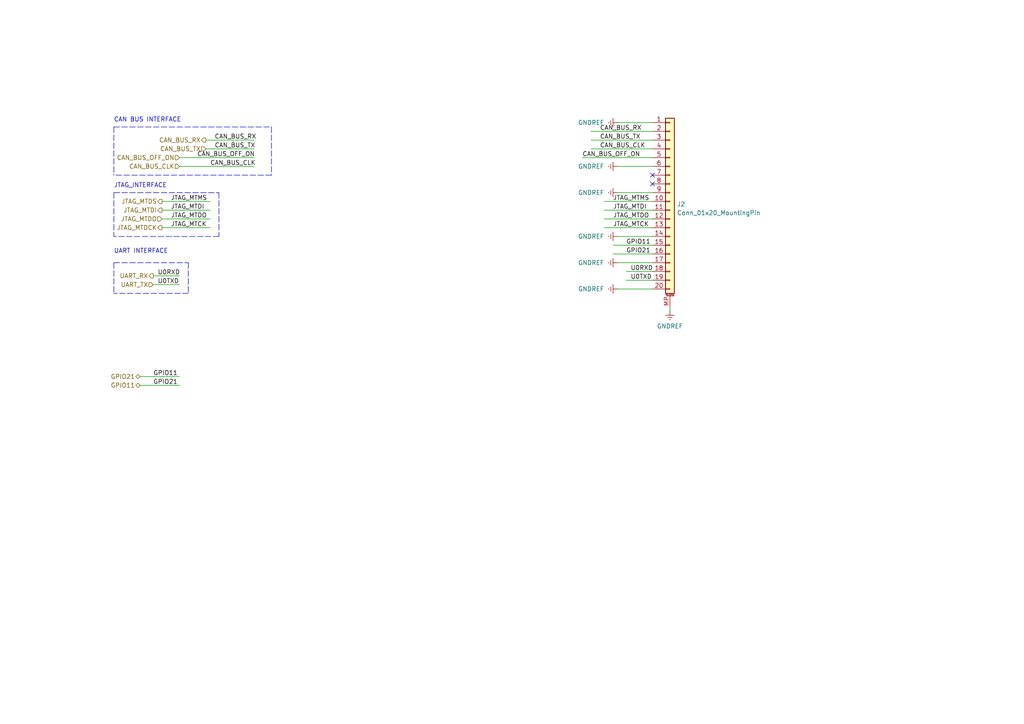
<source format=kicad_sch>
(kicad_sch (version 20211123) (generator eeschema)
  (paper "A4")
  (title_block (title "Misca PCB") (date "2022-06-17") (rev "A2") (company "Club SynapsÉTS") (comment 1 "Auteur : Jacques Veneziano"))
  (lib_symbols
    (symbol "Connector_Generic_MountingPin:Conn_01x20_MountingPin" (pin_names (offset 1.016) hide)
      (property "Reference" "J" (at 0 25.4 0))
      (property "Value" "Conn_01x20_MountingPin" (at 1.27 -27.94 0))
      (symbol "Conn_01x20_MountingPin_1_1"
        (rectangle (start -1.27 -25.273) (end 0 -25.527) (stroke (width 0.1524)))
        (rectangle (start -1.27 -22.733) (end 0 -22.987) (stroke (width 0.1524)))
        (rectangle (start -1.27 -20.193) (end 0 -20.447) (stroke (width 0.1524)))
        (rectangle (start -1.27 -17.653) (end 0 -17.907) (stroke (width 0.1524)))
        (rectangle (start -1.27 -15.113) (end 0 -15.367) (stroke (width 0.1524)))
        (rectangle (start -1.27 -12.573) (end 0 -12.827) (stroke (width 0.1524)))
        (rectangle (start -1.27 -10.033) (end 0 -10.287) (stroke (width 0.1524)))
        (rectangle (start -1.27 -7.493) (end 0 -7.747) (stroke (width 0.1524)))
        (rectangle (start -1.27 -4.953) (end 0 -5.207) (stroke (width 0.1524)))
        (rectangle (start -1.27 -2.413) (end 0 -2.667) (stroke (width 0.1524)))
        (rectangle (start -1.27 0.127) (end 0 -0.127) (stroke (width 0.1524)))
        (rectangle (start -1.27 2.667) (end 0 2.413) (stroke (width 0.1524)))
        (rectangle (start -1.27 5.207) (end 0 4.953) (stroke (width 0.1524)))
        (rectangle (start -1.27 7.747) (end 0 7.493) (stroke (width 0.1524)))
        (rectangle (start -1.27 10.287) (end 0 10.033) (stroke (width 0.1524)))
        (rectangle (start -1.27 12.827) (end 0 12.573) (stroke (width 0.1524)))
        (rectangle (start -1.27 15.367) (end 0 15.113) (stroke (width 0.1524)))
        (rectangle (start -1.27 17.907) (end 0 17.653) (stroke (width 0.1524)))
        (rectangle (start -1.27 20.447) (end 0 20.193) (stroke (width 0.1524)))
        (rectangle (start -1.27 22.987) (end 0 22.733) (stroke (width 0.1524)))
        (rectangle (start -1.27 24.13) (end 1.27 -26.67) (stroke (width 0.254)) (fill (type background)))
        (polyline (pts (xy -1.016 -27.432) (xy 1.016 -27.432)) (stroke (width 0.1524)))
        (text "Mounting" (at 0 -27.051 0) (effects (font (size 0.381 0.381))))
        (pin passive line (at -5.08 22.86 0) (length 3.81) (name "Pin_1") (number "1"))
        (pin passive line (at -5.08 0 0) (length 3.81) (name "Pin_10") (number "10"))
        (pin passive line (at -5.08 -2.54 0) (length 3.81) (name "Pin_11") (number "11"))
        (pin passive line (at -5.08 -5.08 0) (length 3.81) (name "Pin_12") (number "12"))
        (pin passive line (at -5.08 -7.62 0) (length 3.81) (name "Pin_13") (number "13"))
        (pin passive line (at -5.08 -10.16 0) (length 3.81) (name "Pin_14") (number "14"))
        (pin passive line (at -5.08 -12.7 0) (length 3.81) (name "Pin_15") (number "15"))
        (pin passive line (at -5.08 -15.24 0) (length 3.81) (name "Pin_16") (number "16"))
        (pin passive line (at -5.08 -17.78 0) (length 3.81) (name "Pin_17") (number "17"))
        (pin passive line (at -5.08 -20.32 0) (length 3.81) (name "Pin_18") (number "18"))
        (pin passive line (at -5.08 -22.86 0) (length 3.81) (name "Pin_19") (number "19"))
        (pin passive line (at -5.08 20.32 0) (length 3.81) (name "Pin_2") (number "2"))
        (pin passive line (at -5.08 -25.4 0) (length 3.81) (name "Pin_20") (number "20"))
        (pin passive line (at -5.08 17.78 0) (length 3.81) (name "Pin_3") (number "3"))
        (pin passive line (at -5.08 15.24 0) (length 3.81) (name "Pin_4") (number "4"))
        (pin passive line (at -5.08 12.7 0) (length 3.81) (name "Pin_5") (number "5"))
        (pin passive line (at -5.08 10.16 0) (length 3.81) (name "Pin_6") (number "6"))
        (pin passive line (at -5.08 7.62 0) (length 3.81) (name "Pin_7") (number "7"))
        (pin passive line (at -5.08 5.08 0) (length 3.81) (name "Pin_8") (number "8"))
        (pin passive line (at -5.08 2.54 0) (length 3.81) (name "Pin_9") (number "9"))
        (pin passive line (at 0 -30.48 90) (length 3.048) (name "MountPin") (number "MP"))
      )
    )
    (symbol "power:GNDREF" (power) (pin_names (offset 0))
      (property "Value" "GNDREF" (at 0 -3.81 0))
      (symbol "GNDREF_0_1"
        (polyline (pts (xy -0.635 -1.905) (xy 0.635 -1.905)))
        (polyline (pts (xy -0.127 -2.54) (xy 0.127 -2.54)))
        (polyline (pts (xy 0 -1.27) (xy 0 0)))
        (polyline (pts (xy 1.27 -1.27) (xy -1.27 -1.27)))
      )
      (symbol "GNDREF_1_1"
        (pin power_in line (at 0 0 270) (length 0) hide (name "GNDREF") (number "1"))
      )
    )
  )
  (no_connect (at 189.23 50.8))
  (no_connect (at 189.23 53.34))
  (wire (pts (xy 194.31 88.9) (xy 194.31 90.17)))
  (polyline (pts (xy 33.02 76.2) (xy 54.61 76.2)))
  (polyline (pts (xy 63.5 68.58) (xy 33.02 68.58)))
  (wire (pts (xy 175.26 58.42) (xy 189.23 58.42)))
  (wire (pts (xy 46.99 58.42) (xy 60.96 58.42)))
  (wire (pts (xy 179.07 55.88) (xy 189.23 55.88)))
  (wire (pts (xy 181.61 81.28) (xy 189.23 81.28)))
  (wire (pts (xy 46.99 66.04) (xy 60.96 66.04)))
  (polyline (pts (xy 33.02 55.88) (xy 33.02 68.58)))
  (wire (pts (xy 46.99 60.96) (xy 60.96 60.96)))
  (wire (pts (xy 59.69 43.18) (xy 73.66 43.18)))
  (wire (pts (xy 52.07 48.26) (xy 73.66 48.26)))
  (wire (pts (xy 175.26 60.96) (xy 189.23 60.96)))
  (wire (pts (xy 171.45 38.1) (xy 189.23 38.1)))
  (wire (pts (xy 179.07 35.56) (xy 189.23 35.56)))
  (wire (pts (xy 181.61 78.74) (xy 189.23 78.74)))
  (polyline (pts (xy 54.61 85.09) (xy 33.02 85.09)))
  (wire (pts (xy 44.45 80.01) (xy 52.07 80.01)))
  (wire (pts (xy 46.99 63.5) (xy 60.96 63.5)))
  (polyline (pts (xy 33.02 36.83) (xy 33.02 50.8)))
  (wire (pts (xy 179.07 68.58) (xy 189.23 68.58)))
  (wire (pts (xy 179.07 48.26) (xy 189.23 48.26)))
  (polyline (pts (xy 33.02 76.2) (xy 33.02 85.09)))
  (wire (pts (xy 44.45 82.55) (xy 52.07 82.55)))
  (polyline (pts (xy 78.74 36.83) (xy 78.74 50.8)))
  (wire (pts (xy 59.69 40.64) (xy 73.66 40.64)))
  (wire (pts (xy 177.8 73.66) (xy 189.23 73.66)))
  (polyline (pts (xy 54.61 76.2) (xy 54.61 85.09)))
  (wire (pts (xy 179.07 76.2) (xy 189.23 76.2)))
  (wire (pts (xy 179.07 83.82) (xy 189.23 83.82)))
  (wire (pts (xy 171.45 40.64) (xy 189.23 40.64)))
  (polyline (pts (xy 78.74 50.8) (xy 33.02 50.8)))
  (wire (pts (xy 177.8 71.12) (xy 189.23 71.12)))
  (wire (pts (xy 168.91 45.72) (xy 189.23 45.72)))
  (polyline (pts (xy 33.02 55.88) (xy 63.5 55.88)))
  (wire (pts (xy 40.64 109.22) (xy 52.07 109.22)))
  (polyline (pts (xy 63.5 55.88) (xy 63.5 68.58)))
  (polyline (pts (xy 33.02 36.83) (xy 78.74 36.83)))
  (wire (pts (xy 52.07 45.72) (xy 73.66 45.72)))
  (wire (pts (xy 171.45 43.18) (xy 189.23 43.18)))
  (wire (pts (xy 175.26 63.5) (xy 189.23 63.5)))
  (wire (pts (xy 40.64 111.76) (xy 52.07 111.76)))
  (wire (pts (xy 175.26 66.04) (xy 189.23 66.04)))
  (text "UART INTERFACE\n" (at 33.02 73.66 0) (effects (font (size 1.27 1.27)) (justify left bottom)))
  (text "CAN BUS INTERFACE\n" (at 33.02 35.56 0) (effects (font (size 1.27 1.27)) (justify left bottom)))
  (text "JTAG_INTERFACE\n" (at 33.02 54.61 0) (effects (font (size 1.27 1.27)) (justify left bottom)))
  (label "U0TXD" (at 45.72 82.55 0))
  (label "U0RXD" (at 45.72 80.01 0))
  (label "JTAG_MTDO" (at 177.8 63.5 0))
  (label "CAN_BUS_OFF_ON" (at 57.15 45.72 0))
  (label "CAN_BUS_OFF_ON" (at 168.91 45.72 0))
  (label "JTAG_MTDI" (at 49.53 60.96 0))
  (label "CAN_BUS_CLK" (at 60.96 48.26 0))
  (label "GPIO11" (at 44.45 109.22 0))
  (label "CAN_BUS_RX" (at 173.99 38.1 0))
  (label "JTAG_MTCK" (at 177.8 66.04 0))
  (label "U0RXD" (at 182.88 78.74 0))
  (label "JTAG_MTDI" (at 177.8 60.96 0))
  (label "CAN_BUS_RX" (at 62.23 40.64 0))
  (label "JTAG_MTMS" (at 49.53 58.42 0))
  (label "JTAG_MTMS" (at 177.8 58.42 0))
  (label "U0TXD" (at 182.88 81.28 0))
  (label "JTAG_MTCK" (at 49.53 66.04 0))
  (label "GPIO11" (at 181.61 71.12 0))
  (label "GPIO21" (at 44.45 111.76 0))
  (label "CAN_BUS_TX" (at 62.23 43.18 0))
  (label "GPIO21" (at 181.61 73.66 0))
  (label "JTAG_MTDO" (at 49.53 63.5 0))
  (label "CAN_BUS_CLK" (at 173.99 43.18 0))
  (label "CAN_BUS_TX" (at 173.99 40.64 0))
  (hierarchical_label "JTAG_MTDI" (shape output) (at 46.99 60.96 180))
  (hierarchical_label "CAN_BUS_CLK" (shape input) (at 52.07 48.26 180))
  (hierarchical_label "UART_RX" (shape output) (at 44.45 80.01 180))
  (hierarchical_label "GPIO21" (shape bidirectional) (at 40.64 109.22 180))
  (hierarchical_label "JTAG_MTDO" (shape input) (at 46.99 63.5 180))
  (hierarchical_label "CAN_BUS_TX" (shape input) (at 59.69 43.18 180))
  (hierarchical_label "JTAG_MTDS" (shape output) (at 46.99 58.42 180))
  (hierarchical_label "JTAG_MTDCK" (shape output) (at 46.99 66.04 180))
  (hierarchical_label "CAN_BUS_OFF_ON" (shape input) (at 52.07 45.72 180))
  (hierarchical_label "CAN_BUS_RX" (shape output) (at 59.69 40.64 180))
  (hierarchical_label "UART_TX" (shape input) (at 44.45 82.55 180))
  (hierarchical_label "GPIO11" (shape bidirectional) (at 40.64 111.76 180))
  (symbol (lib_id "Connector_Generic_MountingPin:Conn_01x20_MountingPin") (at 194.31 58.42 0) (unit 1)
    (property "Reference" "J2" (at 196.342 59.2109 0) (effects (justify left)))
    (property "Value" "Conn_01x20_MountingPin" (at 196.342 61.7478 0) (effects (justify left)))
    (property "Footprint" "Connector_PinHeader_2.00mm:PinHeader_1x20_P2.00mm_Vertical" (effects hide))
  )
  (symbol (lib_id "power:GNDREF") (at 179.07 35.56 270) (unit 1)
    (property "Reference" "#PWR032" (effects hide))
    (property "Value" "GNDREF" (at 167.64 35.56 90) (effects (justify left)))
  )
  (symbol (lib_id "power:GNDREF") (at 179.07 68.58 270) (unit 1)
    (property "Reference" "#PWR035" (effects hide))
    (property "Value" "GNDREF" (at 167.64 68.58 90) (effects (justify left)))
  )
  (symbol (lib_id "power:GNDREF") (at 179.07 76.2 270) (unit 1)
    (property "Reference" "#PWR036" (effects hide))
    (property "Value" "GNDREF" (at 167.64 76.2 90) (effects (justify left)))
  )
  (symbol (lib_id "power:GNDREF") (at 179.07 55.88 270) (unit 1)
    (property "Reference" "#PWR034" (effects hide))
    (property "Value" "GNDREF" (at 167.64 55.88 90) (effects (justify left)))
  )
  (symbol (lib_id "power:GNDREF") (at 179.07 48.26 270) (unit 1)
    (property "Reference" "#PWR033" (effects hide))
    (property "Value" "GNDREF" (at 167.64 48.26 90) (effects (justify left)))
  )
  (symbol (lib_id "power:GNDREF") (at 194.31 90.17 0) (unit 1)
    (property "Reference" "#PWR040" (effects hide))
    (property "Value" "GNDREF" (at 194.31 94.6134 0))
  )
  (symbol (lib_id "power:GNDREF") (at 179.07 83.82 270) (unit 1)
    (property "Reference" "#PWR039" (effects hide))
    (property "Value" "GNDREF" (at 167.64 83.82 90) (effects (justify left)))
  )
)
</source>
